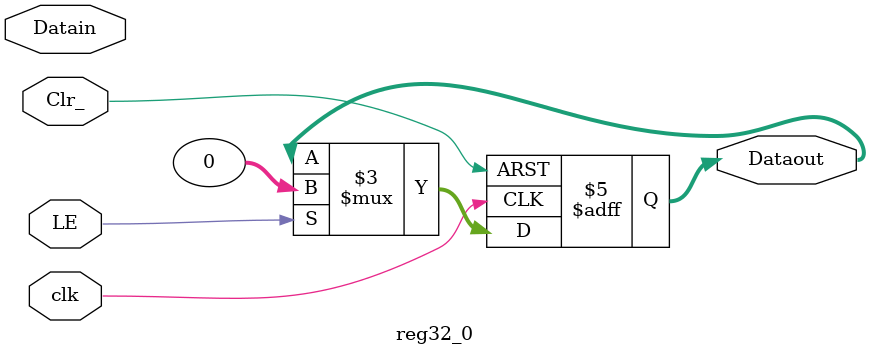
<source format=v>
module reg32(Datain,clk,Clr_,Dataout,LE);
	parameter n = 32;
	input [n-1:0] Datain;
	input clk, Clr_;
	input  LE;
	output reg [n-1:0] Dataout;

	always @(negedge Clr_, posedge clk,  LE)
		begin
		if (!Clr_)
			Dataout = 0;
		else if (LE)
			Dataout <= Datain;
			//$display("Displaying Datain: %b" , Datain);
		end
endmodule // 32 bit reg



module reg32_0(Datain,clk,Clr_,Dataout,LE);
	parameter n = 32;
	input [n-1:0] Datain;
	input clk, Clr_;
	input  LE;
	output reg [n-1:0] Dataout;

	always @(negedge Clr_, posedge clk)
		begin
		if (!Clr_)
			Dataout <= 0;
		else if (LE)
			Dataout <= 0;

		end
endmodule // 32 bit register 0
</source>
